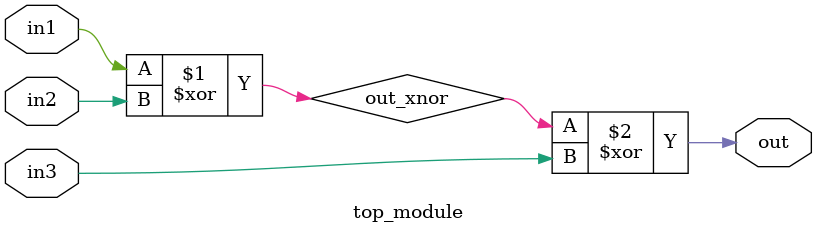
<source format=sv>
module top_module (
    input in1,
    input in2,
    input in3,
    output logic out
);

    // Two-input XNOR gate
    assign out_xnor = in1 ^ in2;
  
    // Two-input XOR gate
    assign out = out_xnor ^ in3;

endmodule

</source>
